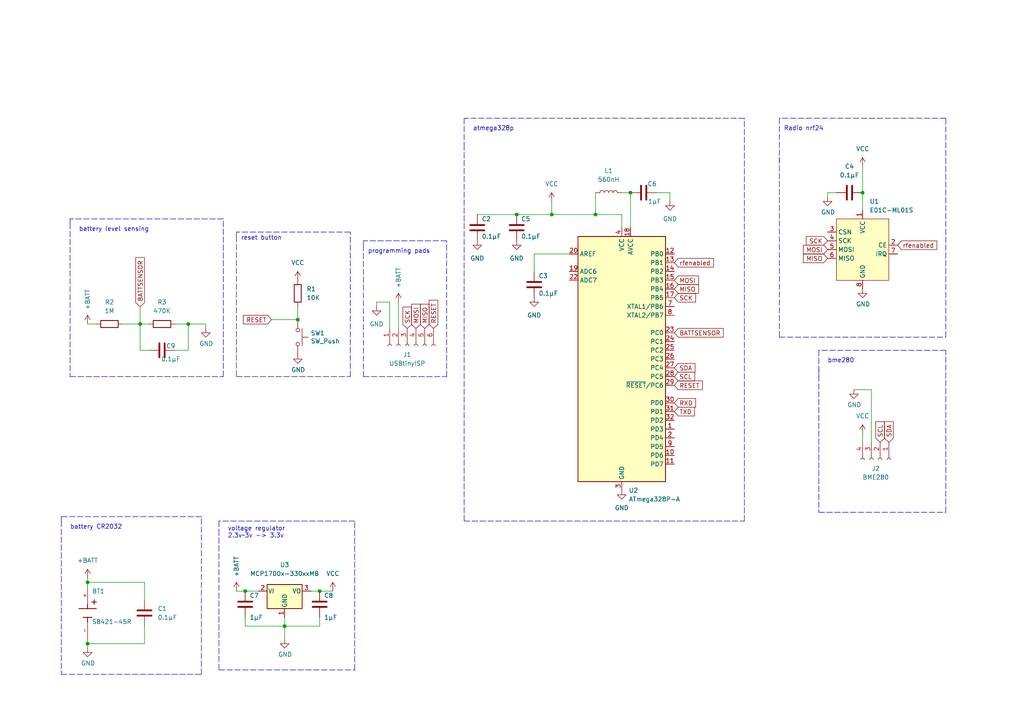
<source format=kicad_sch>
(kicad_sch (version 20211123) (generator eeschema)
  (paper "A4")
  (title_block (title "ATMEGA368P-AU--E01C-ML01S--bme280--CR2032"))
  (lib_symbols
    (symbol "Connector:Conn_01x04_Female" (pin_names (offset 1.016) hide)
      (property "Reference" "J" (at 0 5.08 0))
      (property "Value" "Conn_01x04_Female" (at 0 -7.62 0))
      (symbol "Conn_01x04_Female_1_1"
        (arc (start 0 -4.572) (mid -0.508 -5.08) (end 0 -5.588) (stroke (width 0.1524)))
        (arc (start 0 -2.032) (mid -0.508 -2.54) (end 0 -3.048) (stroke (width 0.1524)))
        (polyline (pts (xy -1.27 -5.08) (xy -0.508 -5.08)) (stroke (width 0.1524)))
        (polyline (pts (xy -1.27 -2.54) (xy -0.508 -2.54)) (stroke (width 0.1524)))
        (polyline (pts (xy -1.27 0) (xy -0.508 0)) (stroke (width 0.1524)))
        (polyline (pts (xy -1.27 2.54) (xy -0.508 2.54)) (stroke (width 0.1524)))
        (arc (start 0 0.508) (mid -0.508 0) (end 0 -0.508) (stroke (width 0.1524)))
        (arc (start 0 3.048) (mid -0.508 2.54) (end 0 2.032) (stroke (width 0.1524)))
        (pin passive line (at -5.08 2.54 0) (length 3.81) (name "Pin_1") (number "1"))
        (pin passive line (at -5.08 0 0) (length 3.81) (name "Pin_2") (number "2"))
        (pin passive line (at -5.08 -2.54 0) (length 3.81) (name "Pin_3") (number "3"))
        (pin passive line (at -5.08 -5.08 0) (length 3.81) (name "Pin_4") (number "4"))
      )
    )
    (symbol "Connector:Conn_01x06_Female" (pin_names (offset 1.016) hide)
      (property "Reference" "J" (at 0 7.62 0))
      (property "Value" "Conn_01x06_Female" (at 0 -10.16 0))
      (symbol "Conn_01x06_Female_1_1"
        (arc (start 0 -7.112) (mid -0.508 -7.62) (end 0 -8.128) (stroke (width 0.1524)))
        (arc (start 0 -4.572) (mid -0.508 -5.08) (end 0 -5.588) (stroke (width 0.1524)))
        (arc (start 0 -2.032) (mid -0.508 -2.54) (end 0 -3.048) (stroke (width 0.1524)))
        (polyline (pts (xy -1.27 -7.62) (xy -0.508 -7.62)) (stroke (width 0.1524)))
        (polyline (pts (xy -1.27 -5.08) (xy -0.508 -5.08)) (stroke (width 0.1524)))
        (polyline (pts (xy -1.27 -2.54) (xy -0.508 -2.54)) (stroke (width 0.1524)))
        (polyline (pts (xy -1.27 0) (xy -0.508 0)) (stroke (width 0.1524)))
        (polyline (pts (xy -1.27 2.54) (xy -0.508 2.54)) (stroke (width 0.1524)))
        (polyline (pts (xy -1.27 5.08) (xy -0.508 5.08)) (stroke (width 0.1524)))
        (arc (start 0 0.508) (mid -0.508 0) (end 0 -0.508) (stroke (width 0.1524)))
        (arc (start 0 3.048) (mid -0.508 2.54) (end 0 2.032) (stroke (width 0.1524)))
        (arc (start 0 5.588) (mid -0.508 5.08) (end 0 4.572) (stroke (width 0.1524)))
        (pin passive line (at -5.08 5.08 0) (length 3.81) (name "Pin_1") (number "1"))
        (pin passive line (at -5.08 2.54 0) (length 3.81) (name "Pin_2") (number "2"))
        (pin passive line (at -5.08 0 0) (length 3.81) (name "Pin_3") (number "3"))
        (pin passive line (at -5.08 -2.54 0) (length 3.81) (name "Pin_4") (number "4"))
        (pin passive line (at -5.08 -5.08 0) (length 3.81) (name "Pin_5") (number "5"))
        (pin passive line (at -5.08 -7.62 0) (length 3.81) (name "Pin_6") (number "6"))
      )
    )
    (symbol "Device:C" (pin_numbers hide) (pin_names (offset 0.254))
      (property "Reference" "C" (at 0.635 2.54 0))
      (property "Value" "C" (at 0.635 -2.54 0))
      (symbol "C_0_1"
        (polyline (pts (xy -2.032 -0.762) (xy 2.032 -0.762)) (stroke (width 0.508)))
        (polyline (pts (xy -2.032 0.762) (xy 2.032 0.762)) (stroke (width 0.508)))
      )
      (symbol "C_1_1"
        (pin passive line (at 0 3.81 270) (length 2.794) (name "~") (number "1"))
        (pin passive line (at 0 -3.81 90) (length 2.794) (name "~") (number "2"))
      )
    )
    (symbol "Device:L" (pin_numbers hide) (pin_names (offset 1.016) hide)
      (property "Reference" "L" (at -1.27 0 90))
      (property "Value" "L" (at 1.905 0 90))
      (symbol "L_0_1"
        (arc (start 0 -2.54) (mid 0.635 -1.905) (end 0 -1.27))
        (arc (start 0 -1.27) (mid 0.635 -0.635) (end 0 0))
        (arc (start 0 0) (mid 0.635 0.635) (end 0 1.27))
        (arc (start 0 1.27) (mid 0.635 1.905) (end 0 2.54))
      )
      (symbol "L_1_1"
        (pin passive line (at 0 3.81 270) (length 1.27) (name "1") (number "1"))
        (pin passive line (at 0 -3.81 90) (length 1.27) (name "2") (number "2"))
      )
    )
    (symbol "Device:R" (pin_numbers hide) (pin_names (offset 0))
      (property "Reference" "R" (at 2.032 0 90))
      (property "Value" "R" (at 0 0 90))
      (symbol "R_0_1"
        (rectangle (start -1.016 -2.54) (end 1.016 2.54) (stroke (width 0.254)))
      )
      (symbol "R_1_1"
        (pin passive line (at 0 3.81 270) (length 1.27) (name "~") (number "1"))
        (pin passive line (at 0 -3.81 90) (length 1.27) (name "~") (number "2"))
      )
    )
    (symbol "MCU_Microchip_ATmega:ATmega328P-A"
      (property "Reference" "U" (at -12.7 36.83 0))
      (property "Value" "ATmega328P-A" (at 2.54 -36.83 0))
      (symbol "ATmega328P-A_0_1"
        (rectangle (start -12.7 -35.56) (end 12.7 35.56) (stroke (width 0.254)) (fill (type background)))
      )
      (symbol "ATmega328P-A_1_1"
        (pin bidirectional line (at 15.24 -20.32 180) (length 2.54) (name "PD3") (number "1"))
        (pin bidirectional line (at 15.24 -27.94 180) (length 2.54) (name "PD6") (number "10"))
        (pin bidirectional line (at 15.24 -30.48 180) (length 2.54) (name "PD7") (number "11"))
        (pin bidirectional line (at 15.24 30.48 180) (length 2.54) (name "PB0") (number "12"))
        (pin bidirectional line (at 15.24 27.94 180) (length 2.54) (name "PB1") (number "13"))
        (pin bidirectional line (at 15.24 25.4 180) (length 2.54) (name "PB2") (number "14"))
        (pin bidirectional line (at 15.24 22.86 180) (length 2.54) (name "PB3") (number "15"))
        (pin bidirectional line (at 15.24 20.32 180) (length 2.54) (name "PB4") (number "16"))
        (pin bidirectional line (at 15.24 17.78 180) (length 2.54) (name "PB5") (number "17"))
        (pin power_in line (at 2.54 38.1 270) (length 2.54) (name "AVCC") (number "18"))
        (pin input line (at -15.24 25.4 0) (length 2.54) (name "ADC6") (number "19"))
        (pin bidirectional line (at 15.24 -22.86 180) (length 2.54) (name "PD4") (number "2"))
        (pin passive line (at -15.24 30.48 0) (length 2.54) (name "AREF") (number "20"))
        (pin passive line (at 0 -38.1 90) (length 2.54) hide (name "GND") (number "21"))
        (pin input line (at -15.24 22.86 0) (length 2.54) (name "ADC7") (number "22"))
        (pin bidirectional line (at 15.24 7.62 180) (length 2.54) (name "PC0") (number "23"))
        (pin bidirectional line (at 15.24 5.08 180) (length 2.54) (name "PC1") (number "24"))
        (pin bidirectional line (at 15.24 2.54 180) (length 2.54) (name "PC2") (number "25"))
        (pin bidirectional line (at 15.24 0 180) (length 2.54) (name "PC3") (number "26"))
        (pin bidirectional line (at 15.24 -2.54 180) (length 2.54) (name "PC4") (number "27"))
        (pin bidirectional line (at 15.24 -5.08 180) (length 2.54) (name "PC5") (number "28"))
        (pin bidirectional line (at 15.24 -7.62 180) (length 2.54) (name "~{RESET}/PC6") (number "29"))
        (pin power_in line (at 0 -38.1 90) (length 2.54) (name "GND") (number "3"))
        (pin bidirectional line (at 15.24 -12.7 180) (length 2.54) (name "PD0") (number "30"))
        (pin bidirectional line (at 15.24 -15.24 180) (length 2.54) (name "PD1") (number "31"))
        (pin bidirectional line (at 15.24 -17.78 180) (length 2.54) (name "PD2") (number "32"))
        (pin power_in line (at 0 38.1 270) (length 2.54) (name "VCC") (number "4"))
        (pin passive line (at 0 -38.1 90) (length 2.54) hide (name "GND") (number "5"))
        (pin passive line (at 0 38.1 270) (length 2.54) hide (name "VCC") (number "6"))
        (pin bidirectional line (at 15.24 15.24 180) (length 2.54) (name "XTAL1/PB6") (number "7"))
        (pin bidirectional line (at 15.24 12.7 180) (length 2.54) (name "XTAL2/PB7") (number "8"))
        (pin bidirectional line (at 15.24 -25.4 180) (length 2.54) (name "PD5") (number "9"))
      )
    )
    (symbol "Regulator_Linear:MCP1700x-330xxMB" (pin_names (offset 0.254))
      (property "Reference" "U" (at -3.81 3.175 0))
      (property "Value" "MCP1700x-330xxMB" (at 0 3.175 0))
      (symbol "MCP1700x-330xxMB_0_1"
        (rectangle (start -5.08 -5.08) (end 5.08 1.905) (stroke (width 0.254)) (fill (type background)))
      )
      (symbol "MCP1700x-330xxMB_1_1"
        (pin power_in line (at 0 -7.62 90) (length 2.54) (name "GND") (number "1"))
        (pin power_in line (at -7.62 0 0) (length 2.54) (name "VI") (number "2"))
        (pin power_out line (at 7.62 0 180) (length 2.54) (name "VO") (number "3"))
      )
    )
    (symbol "Switch:SW_Push" (pin_numbers hide) (pin_names (offset 1.016) hide)
      (property "Reference" "SW" (at 1.27 2.54 0))
      (property "Value" "SW_Push" (at 0 -1.524 0))
      (symbol "SW_Push_0_1"
        (circle (center -2.032 0) (radius 0.508))
        (polyline (pts (xy 0 1.27) (xy 0 3.048)))
        (polyline (pts (xy 2.54 1.27) (xy -2.54 1.27)))
        (circle (center 2.032 0) (radius 0.508))
        (pin passive line (at -5.08 0 0) (length 2.54) (name "1") (number "1"))
        (pin passive line (at 5.08 0 180) (length 2.54) (name "2") (number "2"))
      )
    )
    (symbol "bat_S8421-45R:S8421-45R" (pin_names (offset 1.016))
      (property "Reference" "BT" (at -3.81 3.81 0))
      (property "Value" "S8421-45R" (at -3.81 -5.08 0))
      (symbol "S8421-45R_0_0"
        (polyline (pts (xy -3.81 1.905) (xy -2.54 1.905)) (stroke (width 0.254)))
        (polyline (pts (xy -3.175 2.54) (xy -3.175 1.27)) (stroke (width 0.254)))
        (polyline (pts (xy -1.27 0) (xy -2.54 0)) (stroke (width 0.254)))
        (polyline (pts (xy -1.27 0) (xy -1.27 -2.54)) (stroke (width 0.254)))
        (polyline (pts (xy -1.27 2.54) (xy -1.27 0)) (stroke (width 0.254)))
        (polyline (pts (xy 1.27 0) (xy 1.27 -1.27)) (stroke (width 0.254)))
        (polyline (pts (xy 1.27 0) (xy 2.54 0)) (stroke (width 0.254)))
        (polyline (pts (xy 1.27 1.27) (xy 1.27 0)) (stroke (width 0.254)))
        (pin passive line (at -7.62 0 0) (length 5.08) (name "~") (number "+"))
        (pin passive line (at 7.62 0 180) (length 5.08) (name "~") (number "-"))
      )
    )
    (symbol "my_rf_modules:E01C-ML01S"
      (property "Reference" "U" (at -6.35 10.16 0))
      (property "Value" "E01C-ML01S" (at 7.62 10.16 0))
      (symbol "E01C-ML01S_0_1"
        (rectangle (start -7.62 8.89) (end 7.62 -8.89) (fill (type background)))
      )
      (symbol "E01C-ML01S_1_1"
        (pin power_in line (at 0 11.43 270) (length 2.54) (name "VCC") (number "1"))
        (pin input line (at 10.16 1.27 180) (length 2.54) (name "CE") (number "2"))
        (pin input line (at -10.16 5.08 0) (length 2.54) (name "CSN") (number "3"))
        (pin input line (at -10.16 2.54 0) (length 2.54) (name "SCK") (number "4"))
        (pin input line (at -10.16 0 0) (length 2.54) (name "MOSI") (number "5"))
        (pin output line (at -10.16 -2.54 0) (length 2.54) (name "MISO") (number "6"))
        (pin output line (at 10.16 -1.27 180) (length 2.54) (name "IRQ") (number "7"))
        (pin power_in line (at 0 -11.43 90) (length 2.54) (name "GND") (number "8"))
      )
    )
    (symbol "power:+BATT" (power) (pin_names (offset 0))
      (property "Value" "+BATT" (at 0 3.556 0))
      (symbol "+BATT_0_1"
        (polyline (pts (xy -0.762 1.27) (xy 0 2.54)))
        (polyline (pts (xy 0 0) (xy 0 2.54)))
        (polyline (pts (xy 0 2.54) (xy 0.762 1.27)))
      )
      (symbol "+BATT_1_1"
        (pin power_in line (at 0 0 90) (length 0) hide (name "+BATT") (number "1"))
      )
    )
    (symbol "power:GND" (power) (pin_names (offset 0))
      (property "Value" "GND" (at 0 -3.81 0))
      (symbol "GND_0_1"
        (polyline (pts (xy 0 0) (xy 0 -1.27) (xy 1.27 -1.27) (xy 0 -2.54) (xy -1.27 -1.27) (xy 0 -1.27)))
      )
      (symbol "GND_1_1"
        (pin power_in line (at 0 0 270) (length 0) hide (name "GND") (number "1"))
      )
    )
    (symbol "power:VCC" (power) (pin_names (offset 0))
      (property "Value" "VCC" (at 0 3.81 0))
      (symbol "VCC_0_1"
        (polyline (pts (xy -0.762 1.27) (xy 0 2.54)))
        (polyline (pts (xy 0 0) (xy 0 2.54)))
        (polyline (pts (xy 0 2.54) (xy 0.762 1.27)))
      )
      (symbol "VCC_1_1"
        (pin power_in line (at 0 0 90) (length 0) hide (name "VCC") (number "1"))
      )
    )
  )
  (junction (at 25.4 186.69))
  (junction (at 172.72 62.23))
  (junction (at 71.12 171.45))
  (junction (at 82.55 181.61))
  (junction (at 149.86 62.23))
  (junction (at 160.02 62.23))
  (junction (at 86.36 92.71))
  (junction (at 40.64 93.98))
  (junction (at 54.61 93.98))
  (junction (at 25.4 168.91))
  (junction (at 182.88 55.88))
  (junction (at 250.19 55.88))
  (junction (at 92.71 171.45))
  (polyline (pts (xy 134.62 151.13) (xy 215.9 151.13)))
  (polyline (pts (xy 237.49 148.59) (xy 274.32 148.59)))
  (wire (pts (xy 113.03 87.63) (xy 109.22 87.63)))
  (wire (pts (xy 138.43 62.23) (xy 149.86 62.23)))
  (wire (pts (xy 71.12 179.07) (xy 71.12 181.61)))
  (polyline (pts (xy 105.41 109.22) (xy 129.54 109.22)))
  (wire (pts (xy 25.4 186.69) (xy 25.4 187.96)))
  (wire (pts (xy 41.91 173.99) (xy 41.91 168.91)))
  (wire (pts (xy 154.94 73.66) (xy 154.94 78.74)))
  (wire (pts (xy 40.64 93.98) (xy 43.18 93.98)))
  (polyline (pts (xy 274.32 101.6) (xy 237.49 101.6)))
  (polyline (pts (xy 102.87 151.13) (xy 63.5 151.13)))
  (wire (pts (xy 113.03 87.63) (xy 113.03 95.25)))
  (polyline (pts (xy 129.54 69.85) (xy 105.41 69.85)))
  (polyline (pts (xy 17.78 151.13) (xy 17.78 195.58)))
  (polyline (pts (xy 215.9 34.29) (xy 134.62 34.29)))
  (wire (pts (xy 92.71 179.07) (xy 92.71 181.61)))
  (polyline (pts (xy 17.78 149.86) (xy 17.78 151.13)))
  (polyline (pts (xy 20.32 63.5) (xy 20.32 64.77)))
  (polyline (pts (xy 63.5 194.31) (xy 102.87 194.31)))
  (polyline (pts (xy 58.42 195.58) (xy 58.42 149.86)))
  (wire (pts (xy 250.19 55.88) (xy 250.19 60.96)))
  (polyline (pts (xy 63.5 153.67) (xy 63.5 194.31)))
  (wire (pts (xy 25.4 93.98) (xy 27.94 93.98)))
  (wire (pts (xy 41.91 186.69) (xy 25.4 186.69)))
  (wire (pts (xy 71.12 171.45) (xy 74.93 171.45)))
  (wire (pts (xy 190.5 55.88) (xy 194.31 55.88)))
  (polyline (pts (xy 101.6 67.31) (xy 68.58 67.31)))
  (wire (pts (xy 78.74 92.71) (xy 86.36 92.71)))
  (wire (pts (xy 160.02 58.42) (xy 160.02 62.23)))
  (wire (pts (xy 180.34 62.23) (xy 180.34 66.04)))
  (polyline (pts (xy 102.87 194.31) (xy 102.87 151.13)))
  (polyline (pts (xy 274.32 34.29) (xy 226.06 34.29)))
  (wire (pts (xy 25.4 168.91) (xy 25.4 170.18)))
  (wire (pts (xy 172.72 55.88) (xy 172.72 62.23)))
  (wire (pts (xy 92.71 181.61) (xy 82.55 181.61)))
  (polyline (pts (xy 101.6 109.22) (xy 101.6 67.31)))
  (wire (pts (xy 109.22 87.63) (xy 109.22 88.9)))
  (wire (pts (xy 115.57 87.63) (xy 115.57 95.25)))
  (wire (pts (xy 40.64 101.6) (xy 40.64 93.98)))
  (wire (pts (xy 250.19 125.73) (xy 250.19 128.27)))
  (wire (pts (xy 68.58 171.45) (xy 71.12 171.45)))
  (wire (pts (xy 40.64 88.9) (xy 40.64 93.98)))
  (wire (pts (xy 43.18 101.6) (xy 40.64 101.6)))
  (wire (pts (xy 82.55 185.42) (xy 82.55 181.61)))
  (wire (pts (xy 90.17 171.45) (xy 92.71 171.45)))
  (wire (pts (xy 172.72 62.23) (xy 180.34 62.23)))
  (wire (pts (xy 41.91 168.91) (xy 25.4 168.91)))
  (polyline (pts (xy 68.58 67.31) (xy 68.58 68.58)))
  (wire (pts (xy 194.31 55.88) (xy 194.31 58.42)))
  (polyline (pts (xy 237.49 101.6) (xy 237.49 109.22)))
  (wire (pts (xy 252.73 113.03) (xy 252.73 128.27)))
  (wire (pts (xy 160.02 62.23) (xy 172.72 62.23)))
  (wire (pts (xy 71.12 181.61) (xy 82.55 181.61)))
  (polyline (pts (xy 105.41 71.12) (xy 105.41 109.22)))
  (polyline (pts (xy 226.06 34.29) (xy 226.06 46.99)))
  (polyline (pts (xy 134.62 41.91) (xy 134.62 151.13)))
  (polyline (pts (xy 68.58 68.58) (xy 68.58 109.22)))
  (wire (pts (xy 35.56 93.98) (xy 40.64 93.98)))
  (polyline (pts (xy 63.5 151.13) (xy 63.5 153.67)))
  (polyline (pts (xy 20.32 109.22) (xy 64.77 109.22)))
  (polyline (pts (xy 226.06 97.79) (xy 274.32 97.79)))
  (wire (pts (xy 59.69 93.98) (xy 59.69 95.25)))
  (polyline (pts (xy 68.58 109.22) (xy 101.6 109.22)))
  (wire (pts (xy 92.71 171.45) (xy 96.52 171.45)))
  (polyline (pts (xy 17.78 195.58) (xy 58.42 195.58)))
  (wire (pts (xy 54.61 93.98) (xy 59.69 93.98)))
  (wire (pts (xy 165.1 73.66) (xy 154.94 73.66)))
  (wire (pts (xy 182.88 66.04) (xy 182.88 55.88)))
  (wire (pts (xy 252.73 113.03) (xy 247.65 113.03)))
  (polyline (pts (xy 274.32 148.59) (xy 274.32 101.6)))
  (wire (pts (xy 149.86 62.23) (xy 160.02 62.23)))
  (wire (pts (xy 82.55 181.61) (xy 82.55 179.07)))
  (polyline (pts (xy 226.06 45.72) (xy 226.06 97.79)))
  (polyline (pts (xy 274.32 97.79) (xy 274.32 34.29)))
  (polyline (pts (xy 134.62 34.29) (xy 134.62 41.91)))
  (wire (pts (xy 25.4 185.42) (xy 25.4 186.69)))
  (wire (pts (xy 86.36 92.71) (xy 86.36 88.9)))
  (polyline (pts (xy 64.77 63.5) (xy 20.32 63.5)))
  (polyline (pts (xy 237.49 106.68) (xy 237.49 148.59)))
  (wire (pts (xy 54.61 93.98) (xy 54.61 101.6)))
  (wire (pts (xy 41.91 181.61) (xy 41.91 186.69)))
  (wire (pts (xy 50.8 93.98) (xy 54.61 93.98)))
  (polyline (pts (xy 64.77 109.22) (xy 64.77 63.5)))
  (polyline (pts (xy 58.42 149.86) (xy 17.78 149.86)))
  (wire (pts (xy 182.88 55.88) (xy 180.34 55.88)))
  (wire (pts (xy 25.4 167.64) (xy 25.4 168.91)))
  (wire (pts (xy 240.03 55.88) (xy 240.03 57.15)))
  (wire (pts (xy 242.57 55.88) (xy 240.03 55.88)))
  (wire (pts (xy 50.8 101.6) (xy 54.61 101.6)))
  (wire (pts (xy 250.19 48.26) (xy 250.19 55.88)))
  (polyline (pts (xy 129.54 109.22) (xy 129.54 69.85)))
  (polyline (pts (xy 20.32 64.77) (xy 20.32 109.22)))
  (polyline (pts (xy 215.9 151.13) (xy 215.9 34.29)))
  (polyline (pts (xy 105.41 69.85) (xy 105.41 71.12)))
  (text "bme280" (at 240.03 105.41 0) (effects (font (size 1.27 1.27)) (justify left bottom)))
  (text "reset button" (at 69.85 69.85 0) (effects (font (size 1.27 1.27)) (justify left bottom)))
  (text "battery level sensing" (at 22.86 67.31 0) (effects (font (size 1.27 1.27)) (justify left bottom)))
  (text "programming pads" (at 106.68 73.66 0) (effects (font (size 1.27 1.27)) (justify left bottom)))
  (text "Radio nrf24" (at 227.33 38.1 0) (effects (font (size 1.27 1.27)) (justify left bottom)))
  (text "atmega328p" (at 137.16 38.1 0) (effects (font (size 1.27 1.27)) (justify left bottom)))
  (text "battery CR2032" (at 20.32 153.67 0) (effects (font (size 1.27 1.27)) (justify left bottom)))
  (text "voltage regulator\n2.3v~3v -> 3.3v" (at 66.04 156.21 0) (effects (font (size 1.27 1.27)) (justify left bottom)))
  (global_label "BATTSENSOR" (shape input) (at 195.58 96.52 0) (property "Intersheet References" "${INTERSHEET_REFS}" (effects hide)))
  (global_label "MOSI" (shape input) (at 120.65 95.25 90) (property "Intersheet References" "${INTERSHEET_REFS}" (effects hide)))
  (global_label "RESET" (shape input) (at 78.74 92.71 180) (property "Intersheet References" "${INTERSHEET_REFS}" (effects hide)))
  (global_label "BATTSENSOR" (shape input) (at 40.64 88.9 90) (property "Intersheet References" "${INTERSHEET_REFS}" (effects hide)))
  (global_label "SCK" (shape input) (at 118.11 95.25 90) (property "Références Inter-Feuilles" "${INTERSHEET_REFS}" (effects hide)))
  (global_label "rfenabled" (shape input) (at 195.58 76.2 0) (property "Intersheet References" "${INTERSHEET_REFS}" (effects hide)))
  (global_label "SDA" (shape input) (at 257.81 128.27 90) (property "Intersheet References" "${INTERSHEET_REFS}" (effects hide)))
  (global_label "RXD" (shape input) (at 195.58 116.84 0) (property "Intersheet References" "${INTERSHEET_REFS}" (effects hide)))
  (global_label "MISO" (shape input) (at 240.03 74.93 180) (property "Intersheet References" "${INTERSHEET_REFS}" (effects hide)))
  (global_label "MOSI" (shape input) (at 240.03 72.39 180) (property "Intersheet References" "${INTERSHEET_REFS}" (effects hide)))
  (global_label "SCL" (shape input) (at 255.27 128.27 90) (property "Intersheet References" "${INTERSHEET_REFS}" (effects hide)))
  (global_label "MISO" (shape input) (at 195.58 83.82 0) (property "Intersheet References" "${INTERSHEET_REFS}" (effects hide)))
  (global_label "SCL" (shape input) (at 195.58 109.22 0) (property "Intersheet References" "${INTERSHEET_REFS}" (effects hide)))
  (global_label "rfenabled" (shape input) (at 260.35 71.12 0) (property "Intersheet References" "${INTERSHEET_REFS}" (effects hide)))
  (global_label "MOSI" (shape input) (at 195.58 81.28 0) (property "Intersheet References" "${INTERSHEET_REFS}" (effects hide)))
  (global_label "RESET" (shape input) (at 195.58 111.76 0) (property "Intersheet References" "${INTERSHEET_REFS}" (effects hide)))
  (global_label "MISO" (shape input) (at 123.19 95.25 90) (property "Intersheet References" "${INTERSHEET_REFS}" (effects hide)))
  (global_label "TXD" (shape input) (at 195.58 119.38 0) (property "Intersheet References" "${INTERSHEET_REFS}" (effects hide)))
  (global_label "SCK" (shape input) (at 195.58 86.36 0) (property "Intersheet References" "${INTERSHEET_REFS}" (effects hide)))
  (global_label "SDA" (shape input) (at 195.58 106.68 0) (property "Intersheet References" "${INTERSHEET_REFS}" (effects hide)))
  (global_label "RESET" (shape input) (at 125.73 95.25 90) (property "Références Inter-Feuilles" "${INTERSHEET_REFS}" (effects hide)))
  (global_label "SCK" (shape input) (at 240.03 69.85 180) (property "Intersheet References" "${INTERSHEET_REFS}" (effects hide)))
  (symbol (lib_id "power:GND") (at 250.19 83.82 0) (unit 1)
    (property "Reference" "#PWR0102" (effects hide))
    (property "Value" "GND" (at 250.317 88.2142 0))
  )
  (symbol (lib_id "power:GND") (at 25.4 187.96 0) (unit 1)
    (property "Reference" "#PWR0104" (effects hide))
    (property "Value" "GND" (at 25.527 192.3542 0))
  )
  (symbol (lib_id "Device:C") (at 186.69 55.88 90) (unit 1)
    (property "Reference" "C6" (at 190.5 53.34 90) (effects (justify left)))
    (property "Value" "1µF" (at 191.77 58.42 90) (effects (justify left)))
    (property "Footprint" "Capacitor_SMD:C_0805_2012Metric" (effects hide))
  )
  (symbol (lib_id "power:GND") (at 154.94 86.36 0) (unit 1)
    (property "Reference" "#PWR0121" (effects hide))
    (property "Value" "GND" (at 154.94 91.44 0))
  )
  (symbol (lib_id "power:VCC") (at 86.36 81.28 0) (unit 1)
    (property "Reference" "#PWR0113" (effects hide))
    (property "Value" "VCC" (at 86.36 76.2 0))
  )
  (symbol (lib_id "power:+BATT") (at 25.4 167.64 0) (unit 1)
    (property "Reference" "#PWR0112" (effects hide))
    (property "Value" "+BATT" (at 25.4 162.56 0))
  )
  (symbol (lib_id "power:GND") (at 109.22 88.9 0) (unit 1)
    (property "Reference" "#PWR0110" (effects hide))
    (property "Value" "GND" (at 109.22 93.98 0))
  )
  (symbol (lib_id "Device:R") (at 46.99 93.98 90) (unit 1)
    (property "Reference" "R3" (at 46.99 87.63 90))
    (property "Value" "470K" (at 46.99 90.17 90))
    (property "Footprint" "Resistor_SMD:R_0805_2012Metric" (effects hide))
  )
  (symbol (lib_id "power:GND") (at 194.31 58.42 0) (unit 1)
    (property "Reference" "#PWR0117" (effects hide))
    (property "Value" "GND" (at 194.31 63.5 0))
  )
  (symbol (lib_id "power:GND") (at 59.69 95.25 0) (unit 1)
    (property "Reference" "#PWR0123" (effects hide))
    (property "Value" "GND" (at 59.817 99.6442 0))
  )
  (symbol (lib_id "power:VCC") (at 160.02 58.42 0) (unit 1)
    (property "Reference" "#PWR0120" (effects hide))
    (property "Value" "VCC" (at 160.02 53.34 0))
  )
  (symbol (lib_id "power:GND") (at 82.55 185.42 0) (unit 1)
    (property "Reference" "#PWR0115" (effects hide))
    (property "Value" "GND" (at 82.677 189.8142 0))
  )
  (symbol (lib_id "Device:C") (at 246.38 55.88 90) (unit 1)
    (property "Reference" "C4" (at 246.38 48.26 90))
    (property "Value" "0.1µF" (at 246.38 50.8 90))
    (property "Footprint" "Capacitor_SMD:C_0805_2012Metric" (effects hide))
  )
  (symbol (lib_id "power:+BATT") (at 68.58 171.45 0) (unit 1)
    (property "Reference" "#PWR0111" (effects hide))
    (property "Value" "+BATT" (at 68.58 161.29 90) (effects (justify right)))
  )
  (symbol (lib_id "power:VCC") (at 96.52 171.45 0) (unit 1)
    (property "Reference" "#PWR0114" (effects hide))
    (property "Value" "VCC" (at 96.52 166.37 0))
  )
  (symbol (lib_id "Switch:SW_Push") (at 86.36 97.79 270) (unit 1)
    (property "Reference" "SW1" (at 90.1192 96.6216 90) (effects (justify left)))
    (property "Value" "SW_Push" (at 90.1192 98.933 90) (effects (justify left)))
    (property "Footprint" "Button_Switch_SMD:SW_Push_SPST_NO_Alps_SKRK" (effects hide))
    (property "Datasheet" "https://fr.aliexpress.com/item/32698846968.html?spm=a2g0o.order_list.order_list_main.72.40435e5bvY0uBg&gatewayAdapt=glo2fra" (effects hide))
  )
  (symbol (lib_id "Device:R") (at 86.36 85.09 0) (unit 1)
    (property "Reference" "R1" (at 88.9 83.8199 0) (effects (justify left)))
    (property "Value" "10K" (at 88.9 86.3599 0) (effects (justify left)))
    (property "Footprint" "Resistor_SMD:R_0805_2012Metric" (effects hide))
  )
  (symbol (lib_id "Device:C") (at 154.94 82.55 0) (unit 1)
    (property "Reference" "C3" (at 156.21 80.01 0) (effects (justify left)))
    (property "Value" "0.1µF" (at 156.21 85.09 0) (effects (justify left)))
    (property "Footprint" "Capacitor_SMD:C_0805_2012Metric" (effects hide))
  )
  (symbol (lib_id "Device:C") (at 138.43 66.04 0) (unit 1)
    (property "Reference" "C2" (at 139.7 63.5 0) (effects (justify left)))
    (property "Value" "0.1µF" (at 139.7 68.58 0) (effects (justify left)))
    (property "Footprint" "Capacitor_SMD:C_0805_2012Metric" (effects hide))
  )
  (symbol (lib_id "Device:L") (at 176.53 55.88 90) (unit 1)
    (property "Reference" "L1" (at 176.53 49.53 90))
    (property "Value" "560nH" (at 176.53 52.07 90))
    (property "Footprint" "Inductor_SMD:L_0805_2012Metric" (effects hide))
    (property "Datasheet" "https://www.aliexpress.com/item/32855637642.html?spm=a2g0o.productlist.main.27.6e0e785dtx9w9v&algo_pvid=6ee4ce47-4a25-4c3a-8153-ec8c7825e350&algo_exp_id=6ee4ce47-4a25-4c3a-8153-ec8c7825e350-13&pdp_ext_f=%7B%22sku_id%22%3A%2265320705940%22%7D&pdp_npi=3%40dis%21EUR%211.55%211.55%21%21%21%21%21%402102110316762473567716789d06d5%2165320705940%21sea%21FR%21194317601&curPageLogUid=jty9kxOPCj0Z" (effects hide))
  )
  (symbol (lib_id "Regulator_Linear:MCP1700x-330xxMB") (at 82.55 171.45 0) (unit 1)
    (property "Reference" "U3" (at 82.55 163.83 0))
    (property "Value" "MCP1700x-330xxMB" (at 82.55 166.37 0))
    (property "Footprint" "Package_TO_SOT_SMD:SOT-23-3" (effects hide))
    (property "Datasheet" "http://ww1.microchip.com/downloads/en/DeviceDoc/20001826D.pdf" (effects hide))
  )
  (symbol (lib_id "Connector:Conn_01x04_Female") (at 255.27 133.35 270) (unit 1)
    (property "Reference" "J2" (at 254 135.89 90))
    (property "Value" "BME280" (at 254 138.43 90))
    (property "Footprint" "Connector_PinHeader_2.54mm:PinHeader_1x04_P2.54mm_Vertical" (effects hide))
  )
  (symbol (lib_id "my_rf_modules:E01C-ML01S") (at 250.19 72.39 0) (unit 1)
    (property "Reference" "U1" (at 252.2094 58.42 0) (effects (justify left)))
    (property "Value" "E01C-ML01S" (at 252.2094 60.96 0) (effects (justify left)))
    (property "Footprint" "My footprints:E01C-ML01S" (effects hide))
    (property "Datasheet" "https://www.ebyte.com/en/product-view-news.html?id=1027" (effects hide))
  )
  (symbol (lib_id "MCU_Microchip_ATmega:ATmega328P-A") (at 180.34 104.14 0) (unit 1)
    (property "Reference" "U2" (at 182.3594 142.24 0) (effects (justify left)))
    (property "Value" "ATmega328P-A" (at 182.3594 144.78 0) (effects (justify left)))
    (property "Footprint" "Package_QFP:TQFP-32_7x7mm_P0.8mm" (effects hide))
    (property "Datasheet" "http://ww1.microchip.com/downloads/en/DeviceDoc/ATmega328_P%20AVR%20MCU%20with%20picoPower%20Technology%20Data%20Sheet%2040001984A.pdf" (effects hide))
  )
  (symbol (lib_id "power:VCC") (at 250.19 125.73 0) (unit 1)
    (property "Reference" "#PWR?" (effects hide))
    (property "Value" "VCC" (at 250.19 120.65 0))
  )
  (symbol (lib_id "Connector:Conn_01x06_Female") (at 118.11 100.33 90) (mirror x) (unit 1)
    (property "Reference" "J1" (at 118.11 102.87 90))
    (property "Value" "USBtinyISP" (at 118.11 105.41 90))
    (property "Footprint" "Connector_PinHeader_2.54mm:PinHeader_1x06_P2.54mm_Vertical" (effects hide))
    (property "Datasheet" "https://wolles-elektronikkiste.de/en/using-the-atmega328p-standalone#Anker3" (effects hide))
  )
  (symbol (lib_id "Device:C") (at 71.12 175.26 180) (unit 1)
    (property "Reference" "C7" (at 72.39 172.72 0) (effects (justify right)))
    (property "Value" "1µF" (at 72.39 179.07 0) (effects (justify right)))
    (property "Footprint" "Capacitor_SMD:C_0805_2012Metric" (effects hide))
  )
  (symbol (lib_id "power:GND") (at 138.43 69.85 0) (unit 1)
    (property "Reference" "#PWR0122" (effects hide))
    (property "Value" "GND" (at 138.43 74.93 0))
  )
  (symbol (lib_id "power:GND") (at 180.34 142.24 0) (unit 1)
    (property "Reference" "#PWR0101" (effects hide))
    (property "Value" "GND" (at 180.34 147.32 0))
  )
  (symbol (lib_id "Device:C") (at 92.71 175.26 180) (unit 1)
    (property "Reference" "C8" (at 93.98 172.72 0) (effects (justify right)))
    (property "Value" "1µF" (at 93.98 179.07 0) (effects (justify right)))
    (property "Footprint" "Capacitor_SMD:C_0805_2012Metric" (effects hide))
  )
  (symbol (lib_id "bat_S8421-45R:S8421-45R") (at 25.4 177.8 270) (unit 1)
    (property "Reference" "BT1" (at 26.67 171.45 90) (effects (justify left)))
    (property "Value" "S8421-45R" (at 26.67 180.34 90) (effects (justify left)))
    (property "Footprint" "BAT_S8421-45R" (effects hide))
    (property "MAXIMUM_PACKAGE_HIEGHT" "5.3mm" (effects hide))
    (property "PARTREV" "5" (effects hide))
    (property "MANUFACTURER" "Harwin" (effects hide))
    (property "STANDARD" "Manufacturer Recommendations" (effects hide))
  )
  (symbol (lib_id "Device:C") (at 41.91 177.8 180) (unit 1)
    (property "Reference" "C1" (at 45.72 176.5299 0) (effects (justify right)))
    (property "Value" "0.1µF" (at 45.72 179.0699 0) (effects (justify right)))
    (property "Footprint" "Capacitor_SMD:C_0805_2012Metric" (effects hide))
  )
  (symbol (lib_id "Device:C") (at 46.99 101.6 90) (unit 1)
    (property "Reference" "C9" (at 49.53 100.33 90))
    (property "Value" "0.1µF" (at 49.53 104.14 90))
    (property "Footprint" "Capacitor_SMD:C_0805_2012Metric" (effects hide))
  )
  (symbol (lib_id "power:GND") (at 149.86 69.85 0) (unit 1)
    (property "Reference" "#PWR0107" (effects hide))
    (property "Value" "GND" (at 149.86 74.93 0))
  )
  (symbol (lib_id "power:VCC") (at 250.19 48.26 0) (unit 1)
    (property "Reference" "#PWR?" (effects hide))
    (property "Value" "VCC" (at 250.19 43.18 0))
  )
  (symbol (lib_id "power:GND") (at 86.36 102.87 0) (unit 1)
    (property "Reference" "#PWR0108" (effects hide))
    (property "Value" "GND" (at 86.487 107.2642 0))
  )
  (symbol (lib_id "power:GND") (at 240.03 57.15 0) (unit 1)
    (property "Reference" "#PWR0109" (effects hide))
    (property "Value" "GND" (at 240.157 61.5442 0))
  )
  (symbol (lib_id "power:GND") (at 247.65 113.03 0) (unit 1)
    (property "Reference" "#PWR0106" (effects hide))
    (property "Value" "GND" (at 247.777 117.4242 0))
  )
  (symbol (lib_id "Device:R") (at 31.75 93.98 90) (unit 1)
    (property "Reference" "R2" (at 31.75 87.63 90))
    (property "Value" "1M" (at 31.75 90.17 90))
    (property "Footprint" "Resistor_SMD:R_0805_2012Metric" (effects hide))
  )
  (symbol (lib_id "Device:C") (at 149.86 66.04 0) (unit 1)
    (property "Reference" "C5" (at 151.13 63.5 0) (effects (justify left)))
    (property "Value" "0.1µF" (at 151.13 68.58 0) (effects (justify left)))
    (property "Footprint" "Capacitor_SMD:C_0805_2012Metric" (effects hide))
  )
  (symbol (lib_id "power:+BATT") (at 25.4 93.98 0) (unit 1)
    (property "Reference" "#PWR0105" (effects hide))
    (property "Value" "+BATT" (at 25.4 83.82 90) (effects (justify right)))
  )
  (symbol (lib_id "power:+BATT") (at 115.57 87.63 0) (unit 1)
    (property "Reference" "#PWR0103" (effects hide))
    (property "Value" "+BATT" (at 115.57 77.47 90) (effects (justify right)))
  )
)
</source>
